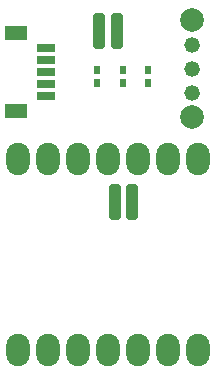
<source format=gbr>
%TF.GenerationSoftware,KiCad,Pcbnew,7.0.9*%
%TF.CreationDate,2024-01-18T21:49:24+01:00*%
%TF.ProjectId,pcb-design,7063622d-6465-4736-9967-6e2e6b696361,rev?*%
%TF.SameCoordinates,Original*%
%TF.FileFunction,Soldermask,Top*%
%TF.FilePolarity,Negative*%
%FSLAX46Y46*%
G04 Gerber Fmt 4.6, Leading zero omitted, Abs format (unit mm)*
G04 Created by KiCad (PCBNEW 7.0.9) date 2024-01-18 21:49:24*
%MOMM*%
%LPD*%
G01*
G04 APERTURE LIST*
G04 Aperture macros list*
%AMRoundRect*
0 Rectangle with rounded corners*
0 $1 Rounding radius*
0 $2 $3 $4 $5 $6 $7 $8 $9 X,Y pos of 4 corners*
0 Add a 4 corners polygon primitive as box body*
4,1,4,$2,$3,$4,$5,$6,$7,$8,$9,$2,$3,0*
0 Add four circle primitives for the rounded corners*
1,1,$1+$1,$2,$3*
1,1,$1+$1,$4,$5*
1,1,$1+$1,$6,$7*
1,1,$1+$1,$8,$9*
0 Add four rect primitives between the rounded corners*
20,1,$1+$1,$2,$3,$4,$5,0*
20,1,$1+$1,$4,$5,$6,$7,0*
20,1,$1+$1,$6,$7,$8,$9,0*
20,1,$1+$1,$8,$9,$2,$3,0*%
G04 Aperture macros list end*
%ADD10R,1.905000X1.295400*%
%ADD11R,1.549400X0.660400*%
%ADD12RoundRect,0.250000X-0.250000X1.250000X-0.250000X-1.250000X0.250000X-1.250000X0.250000X1.250000X0*%
%ADD13R,0.558800X0.660400*%
%ADD14R,0.508000X0.654800*%
%ADD15C,1.320800*%
%ADD16C,2.006600*%
%ADD17RoundRect,1.000000X0.000000X0.375000X0.000000X-0.375000X0.000000X-0.375000X0.000000X0.375000X0*%
G04 APERTURE END LIST*
D10*
%TO.C,J1*%
X141913201Y-121342002D03*
X141913201Y-127941998D03*
D11*
X144383201Y-122641999D03*
X144383201Y-123641999D03*
X144383201Y-124642000D03*
X144383201Y-125642001D03*
X144383201Y-126642001D03*
%TD*%
D12*
%TO.C,U1*%
X150441000Y-121166000D03*
X148941000Y-121166000D03*
%TD*%
D13*
%TO.C,C1*%
X148731600Y-124488800D03*
X148731600Y-125581000D03*
%TD*%
D14*
%TO.C,R1*%
X153087000Y-124486000D03*
X153087000Y-125598000D03*
%TD*%
D15*
%TO.C,U2*%
X156822000Y-126382001D03*
X156822000Y-124382000D03*
X156822000Y-122381999D03*
D16*
X156822000Y-128484100D03*
X156822000Y-120279900D03*
%TD*%
D17*
%TO.C,U4*%
X157303000Y-132003000D03*
X154763000Y-132003000D03*
X152223000Y-132003000D03*
X149683000Y-132003000D03*
X147143000Y-132003000D03*
X144603000Y-132003000D03*
X142063000Y-132003000D03*
X142063000Y-148168000D03*
X144603000Y-148168000D03*
X147143000Y-148168000D03*
X149683000Y-148168000D03*
X152223000Y-148168000D03*
X154763000Y-148168000D03*
X157303000Y-148168000D03*
D12*
X151723000Y-135638000D03*
X150263000Y-135638000D03*
%TD*%
D14*
%TO.C,R2*%
X150918600Y-124486000D03*
X150918600Y-125598000D03*
%TD*%
M02*

</source>
